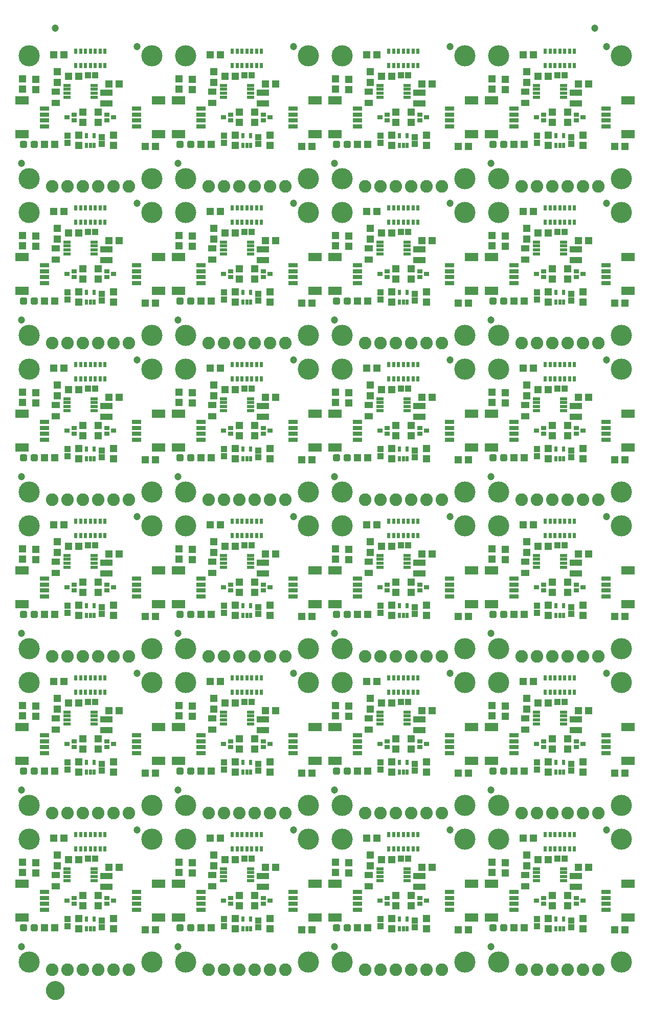
<source format=gts>
G04 EAGLE Gerber RS-274X export*
G75*
%MOMM*%
%FSLAX34Y34*%
%LPD*%
%INSoldermask Top*%
%IPPOS*%
%AMOC8*
5,1,8,0,0,1.08239X$1,22.5*%
G01*
%ADD10C,3.505200*%
%ADD11C,1.203200*%
%ADD12R,1.103200X1.053200*%
%ADD13R,1.203200X1.303200*%
%ADD14R,0.603200X0.953200*%
%ADD15R,1.303200X1.203200*%
%ADD16C,2.082800*%
%ADD17R,2.203200X1.403200*%
%ADD18R,1.553200X0.803200*%
%ADD19C,0.505344*%
%ADD20R,0.853200X0.663200*%
%ADD21R,1.303200X0.603200*%
%ADD22R,1.403200X1.003200*%
%ADD23R,2.003200X1.003200*%
%ADD24R,0.553200X0.953200*%
%ADD25R,1.053200X1.103200*%
%ADD26C,1.270000*%
%ADD27C,1.703200*%


D10*
X25400Y25400D03*
X228600Y25400D03*
X228600Y228600D03*
X25400Y228600D03*
D11*
X204470Y243840D03*
X12700Y50800D03*
D12*
X88900Y96986D03*
X88900Y85386D03*
X146050Y83100D03*
X146050Y94700D03*
D13*
X107950Y97400D03*
X107950Y80400D03*
D14*
X120500Y80650D03*
X127000Y80650D03*
X133500Y80650D03*
X133500Y97150D03*
X120500Y97150D03*
D15*
X217560Y78740D03*
X234560Y78740D03*
D13*
X165100Y80400D03*
X165100Y97400D03*
D16*
X63500Y12700D03*
X88900Y12700D03*
X114300Y12700D03*
X139700Y12700D03*
D17*
X239950Y99000D03*
X239950Y155000D03*
D18*
X203200Y112000D03*
X203200Y122000D03*
X203200Y132000D03*
X203200Y142000D03*
D16*
X165100Y12700D03*
D17*
X14050Y155000D03*
X14050Y99000D03*
D18*
X50800Y142000D03*
X50800Y132000D03*
X50800Y122000D03*
X50800Y112000D03*
D19*
X20120Y86040D02*
X20120Y79060D01*
X13140Y79060D01*
X13140Y86040D01*
X20120Y86040D01*
X20120Y83860D02*
X13140Y83860D01*
X37660Y86040D02*
X37660Y79060D01*
X30680Y79060D01*
X30680Y86040D01*
X37660Y86040D01*
X37660Y83860D02*
X30680Y83860D01*
D15*
X68190Y82550D03*
X51190Y82550D03*
D20*
X99900Y122000D03*
X99900Y132000D03*
X88400Y127000D03*
D13*
X114300Y135500D03*
X114300Y118500D03*
X14478Y173618D03*
X14478Y190618D03*
D20*
X154100Y132000D03*
X154100Y122000D03*
X165600Y127000D03*
D13*
X139700Y118500D03*
X139700Y135500D03*
X36322Y173364D03*
X36322Y190364D03*
D16*
X190500Y12700D03*
D21*
X133498Y160684D03*
X133498Y167184D03*
X133498Y173684D03*
X133498Y180184D03*
X88498Y180184D03*
X88498Y173684D03*
X88498Y167184D03*
X88498Y160684D03*
D13*
X72136Y202302D03*
X72136Y185302D03*
D15*
X107560Y195326D03*
X90560Y195326D03*
X157616Y182118D03*
X174616Y182118D03*
D22*
X69596Y169274D03*
X69596Y151274D03*
D23*
X153924Y168258D03*
X153924Y150258D03*
D24*
X151088Y236715D03*
X143088Y236715D03*
X135088Y236715D03*
X127088Y236715D03*
X119088Y236715D03*
X111088Y236715D03*
X103088Y236715D03*
X103088Y212715D03*
X111088Y212715D03*
X119088Y212715D03*
X127088Y212715D03*
X135088Y212715D03*
X143088Y212715D03*
X151088Y212715D03*
D15*
X82922Y230378D03*
X65922Y230378D03*
D25*
X134832Y197104D03*
X123232Y197104D03*
D10*
X284480Y25400D03*
X487680Y25400D03*
X487680Y228600D03*
X284480Y228600D03*
D11*
X463550Y243840D03*
X271780Y50800D03*
D12*
X347980Y96986D03*
X347980Y85386D03*
X405130Y83100D03*
X405130Y94700D03*
D13*
X367030Y97400D03*
X367030Y80400D03*
D14*
X379580Y80650D03*
X386080Y80650D03*
X392580Y80650D03*
X392580Y97150D03*
X379580Y97150D03*
D15*
X476640Y78740D03*
X493640Y78740D03*
D13*
X424180Y80400D03*
X424180Y97400D03*
D16*
X322580Y12700D03*
X347980Y12700D03*
X373380Y12700D03*
X398780Y12700D03*
D17*
X499030Y99000D03*
X499030Y155000D03*
D18*
X462280Y112000D03*
X462280Y122000D03*
X462280Y132000D03*
X462280Y142000D03*
D16*
X424180Y12700D03*
D17*
X273130Y155000D03*
X273130Y99000D03*
D18*
X309880Y142000D03*
X309880Y132000D03*
X309880Y122000D03*
X309880Y112000D03*
D19*
X279200Y86040D02*
X279200Y79060D01*
X272220Y79060D01*
X272220Y86040D01*
X279200Y86040D01*
X279200Y83860D02*
X272220Y83860D01*
X296740Y86040D02*
X296740Y79060D01*
X289760Y79060D01*
X289760Y86040D01*
X296740Y86040D01*
X296740Y83860D02*
X289760Y83860D01*
D15*
X327270Y82550D03*
X310270Y82550D03*
D20*
X358980Y122000D03*
X358980Y132000D03*
X347480Y127000D03*
D13*
X373380Y135500D03*
X373380Y118500D03*
X273558Y173618D03*
X273558Y190618D03*
D20*
X413180Y132000D03*
X413180Y122000D03*
X424680Y127000D03*
D13*
X398780Y118500D03*
X398780Y135500D03*
X295402Y173364D03*
X295402Y190364D03*
D16*
X449580Y12700D03*
D21*
X392578Y160684D03*
X392578Y167184D03*
X392578Y173684D03*
X392578Y180184D03*
X347578Y180184D03*
X347578Y173684D03*
X347578Y167184D03*
X347578Y160684D03*
D13*
X331216Y202302D03*
X331216Y185302D03*
D15*
X366640Y195326D03*
X349640Y195326D03*
X416696Y182118D03*
X433696Y182118D03*
D22*
X328676Y169274D03*
X328676Y151274D03*
D23*
X413004Y168258D03*
X413004Y150258D03*
D24*
X410168Y236715D03*
X402168Y236715D03*
X394168Y236715D03*
X386168Y236715D03*
X378168Y236715D03*
X370168Y236715D03*
X362168Y236715D03*
X362168Y212715D03*
X370168Y212715D03*
X378168Y212715D03*
X386168Y212715D03*
X394168Y212715D03*
X402168Y212715D03*
X410168Y212715D03*
D15*
X342002Y230378D03*
X325002Y230378D03*
D25*
X393912Y197104D03*
X382312Y197104D03*
D10*
X543560Y25400D03*
X746760Y25400D03*
X746760Y228600D03*
X543560Y228600D03*
D11*
X722630Y243840D03*
X530860Y50800D03*
D12*
X607060Y96986D03*
X607060Y85386D03*
X664210Y83100D03*
X664210Y94700D03*
D13*
X626110Y97400D03*
X626110Y80400D03*
D14*
X638660Y80650D03*
X645160Y80650D03*
X651660Y80650D03*
X651660Y97150D03*
X638660Y97150D03*
D15*
X735720Y78740D03*
X752720Y78740D03*
D13*
X683260Y80400D03*
X683260Y97400D03*
D16*
X581660Y12700D03*
X607060Y12700D03*
X632460Y12700D03*
X657860Y12700D03*
D17*
X758110Y99000D03*
X758110Y155000D03*
D18*
X721360Y112000D03*
X721360Y122000D03*
X721360Y132000D03*
X721360Y142000D03*
D16*
X683260Y12700D03*
D17*
X532210Y155000D03*
X532210Y99000D03*
D18*
X568960Y142000D03*
X568960Y132000D03*
X568960Y122000D03*
X568960Y112000D03*
D19*
X538280Y86040D02*
X538280Y79060D01*
X531300Y79060D01*
X531300Y86040D01*
X538280Y86040D01*
X538280Y83860D02*
X531300Y83860D01*
X555820Y86040D02*
X555820Y79060D01*
X548840Y79060D01*
X548840Y86040D01*
X555820Y86040D01*
X555820Y83860D02*
X548840Y83860D01*
D15*
X586350Y82550D03*
X569350Y82550D03*
D20*
X618060Y122000D03*
X618060Y132000D03*
X606560Y127000D03*
D13*
X632460Y135500D03*
X632460Y118500D03*
X532638Y173618D03*
X532638Y190618D03*
D20*
X672260Y132000D03*
X672260Y122000D03*
X683760Y127000D03*
D13*
X657860Y118500D03*
X657860Y135500D03*
X554482Y173364D03*
X554482Y190364D03*
D16*
X708660Y12700D03*
D21*
X651658Y160684D03*
X651658Y167184D03*
X651658Y173684D03*
X651658Y180184D03*
X606658Y180184D03*
X606658Y173684D03*
X606658Y167184D03*
X606658Y160684D03*
D13*
X590296Y202302D03*
X590296Y185302D03*
D15*
X625720Y195326D03*
X608720Y195326D03*
X675776Y182118D03*
X692776Y182118D03*
D22*
X587756Y169274D03*
X587756Y151274D03*
D23*
X672084Y168258D03*
X672084Y150258D03*
D24*
X669248Y236715D03*
X661248Y236715D03*
X653248Y236715D03*
X645248Y236715D03*
X637248Y236715D03*
X629248Y236715D03*
X621248Y236715D03*
X621248Y212715D03*
X629248Y212715D03*
X637248Y212715D03*
X645248Y212715D03*
X653248Y212715D03*
X661248Y212715D03*
X669248Y212715D03*
D15*
X601082Y230378D03*
X584082Y230378D03*
D25*
X652992Y197104D03*
X641392Y197104D03*
D10*
X802640Y25400D03*
X1005840Y25400D03*
X1005840Y228600D03*
X802640Y228600D03*
D11*
X981710Y243840D03*
X789940Y50800D03*
D12*
X866140Y96986D03*
X866140Y85386D03*
X923290Y83100D03*
X923290Y94700D03*
D13*
X885190Y97400D03*
X885190Y80400D03*
D14*
X897740Y80650D03*
X904240Y80650D03*
X910740Y80650D03*
X910740Y97150D03*
X897740Y97150D03*
D15*
X994800Y78740D03*
X1011800Y78740D03*
D13*
X942340Y80400D03*
X942340Y97400D03*
D16*
X840740Y12700D03*
X866140Y12700D03*
X891540Y12700D03*
X916940Y12700D03*
D17*
X1017190Y99000D03*
X1017190Y155000D03*
D18*
X980440Y112000D03*
X980440Y122000D03*
X980440Y132000D03*
X980440Y142000D03*
D16*
X942340Y12700D03*
D17*
X791290Y155000D03*
X791290Y99000D03*
D18*
X828040Y142000D03*
X828040Y132000D03*
X828040Y122000D03*
X828040Y112000D03*
D19*
X797360Y86040D02*
X797360Y79060D01*
X790380Y79060D01*
X790380Y86040D01*
X797360Y86040D01*
X797360Y83860D02*
X790380Y83860D01*
X814900Y86040D02*
X814900Y79060D01*
X807920Y79060D01*
X807920Y86040D01*
X814900Y86040D01*
X814900Y83860D02*
X807920Y83860D01*
D15*
X845430Y82550D03*
X828430Y82550D03*
D20*
X877140Y122000D03*
X877140Y132000D03*
X865640Y127000D03*
D13*
X891540Y135500D03*
X891540Y118500D03*
X791718Y173618D03*
X791718Y190618D03*
D20*
X931340Y132000D03*
X931340Y122000D03*
X942840Y127000D03*
D13*
X916940Y118500D03*
X916940Y135500D03*
X813562Y173364D03*
X813562Y190364D03*
D16*
X967740Y12700D03*
D21*
X910738Y160684D03*
X910738Y167184D03*
X910738Y173684D03*
X910738Y180184D03*
X865738Y180184D03*
X865738Y173684D03*
X865738Y167184D03*
X865738Y160684D03*
D13*
X849376Y202302D03*
X849376Y185302D03*
D15*
X884800Y195326D03*
X867800Y195326D03*
X934856Y182118D03*
X951856Y182118D03*
D22*
X846836Y169274D03*
X846836Y151274D03*
D23*
X931164Y168258D03*
X931164Y150258D03*
D24*
X928328Y236715D03*
X920328Y236715D03*
X912328Y236715D03*
X904328Y236715D03*
X896328Y236715D03*
X888328Y236715D03*
X880328Y236715D03*
X880328Y212715D03*
X888328Y212715D03*
X896328Y212715D03*
X904328Y212715D03*
X912328Y212715D03*
X920328Y212715D03*
X928328Y212715D03*
D15*
X860162Y230378D03*
X843162Y230378D03*
D25*
X912072Y197104D03*
X900472Y197104D03*
D10*
X25400Y284480D03*
X228600Y284480D03*
X228600Y487680D03*
X25400Y487680D03*
D11*
X204470Y502920D03*
X12700Y309880D03*
D12*
X88900Y356066D03*
X88900Y344466D03*
X146050Y342180D03*
X146050Y353780D03*
D13*
X107950Y356480D03*
X107950Y339480D03*
D14*
X120500Y339730D03*
X127000Y339730D03*
X133500Y339730D03*
X133500Y356230D03*
X120500Y356230D03*
D15*
X217560Y337820D03*
X234560Y337820D03*
D13*
X165100Y339480D03*
X165100Y356480D03*
D16*
X63500Y271780D03*
X88900Y271780D03*
X114300Y271780D03*
X139700Y271780D03*
D17*
X239950Y358080D03*
X239950Y414080D03*
D18*
X203200Y371080D03*
X203200Y381080D03*
X203200Y391080D03*
X203200Y401080D03*
D16*
X165100Y271780D03*
D17*
X14050Y414080D03*
X14050Y358080D03*
D18*
X50800Y401080D03*
X50800Y391080D03*
X50800Y381080D03*
X50800Y371080D03*
D19*
X20120Y345120D02*
X20120Y338140D01*
X13140Y338140D01*
X13140Y345120D01*
X20120Y345120D01*
X20120Y342940D02*
X13140Y342940D01*
X37660Y345120D02*
X37660Y338140D01*
X30680Y338140D01*
X30680Y345120D01*
X37660Y345120D01*
X37660Y342940D02*
X30680Y342940D01*
D15*
X68190Y341630D03*
X51190Y341630D03*
D20*
X99900Y381080D03*
X99900Y391080D03*
X88400Y386080D03*
D13*
X114300Y394580D03*
X114300Y377580D03*
X14478Y432698D03*
X14478Y449698D03*
D20*
X154100Y391080D03*
X154100Y381080D03*
X165600Y386080D03*
D13*
X139700Y377580D03*
X139700Y394580D03*
X36322Y432444D03*
X36322Y449444D03*
D16*
X190500Y271780D03*
D21*
X133498Y419764D03*
X133498Y426264D03*
X133498Y432764D03*
X133498Y439264D03*
X88498Y439264D03*
X88498Y432764D03*
X88498Y426264D03*
X88498Y419764D03*
D13*
X72136Y461382D03*
X72136Y444382D03*
D15*
X107560Y454406D03*
X90560Y454406D03*
X157616Y441198D03*
X174616Y441198D03*
D22*
X69596Y428354D03*
X69596Y410354D03*
D23*
X153924Y427338D03*
X153924Y409338D03*
D24*
X151088Y495795D03*
X143088Y495795D03*
X135088Y495795D03*
X127088Y495795D03*
X119088Y495795D03*
X111088Y495795D03*
X103088Y495795D03*
X103088Y471795D03*
X111088Y471795D03*
X119088Y471795D03*
X127088Y471795D03*
X135088Y471795D03*
X143088Y471795D03*
X151088Y471795D03*
D15*
X82922Y489458D03*
X65922Y489458D03*
D25*
X134832Y456184D03*
X123232Y456184D03*
D10*
X284480Y284480D03*
X487680Y284480D03*
X487680Y487680D03*
X284480Y487680D03*
D11*
X463550Y502920D03*
X271780Y309880D03*
D12*
X347980Y356066D03*
X347980Y344466D03*
X405130Y342180D03*
X405130Y353780D03*
D13*
X367030Y356480D03*
X367030Y339480D03*
D14*
X379580Y339730D03*
X386080Y339730D03*
X392580Y339730D03*
X392580Y356230D03*
X379580Y356230D03*
D15*
X476640Y337820D03*
X493640Y337820D03*
D13*
X424180Y339480D03*
X424180Y356480D03*
D16*
X322580Y271780D03*
X347980Y271780D03*
X373380Y271780D03*
X398780Y271780D03*
D17*
X499030Y358080D03*
X499030Y414080D03*
D18*
X462280Y371080D03*
X462280Y381080D03*
X462280Y391080D03*
X462280Y401080D03*
D16*
X424180Y271780D03*
D17*
X273130Y414080D03*
X273130Y358080D03*
D18*
X309880Y401080D03*
X309880Y391080D03*
X309880Y381080D03*
X309880Y371080D03*
D19*
X279200Y345120D02*
X279200Y338140D01*
X272220Y338140D01*
X272220Y345120D01*
X279200Y345120D01*
X279200Y342940D02*
X272220Y342940D01*
X296740Y345120D02*
X296740Y338140D01*
X289760Y338140D01*
X289760Y345120D01*
X296740Y345120D01*
X296740Y342940D02*
X289760Y342940D01*
D15*
X327270Y341630D03*
X310270Y341630D03*
D20*
X358980Y381080D03*
X358980Y391080D03*
X347480Y386080D03*
D13*
X373380Y394580D03*
X373380Y377580D03*
X273558Y432698D03*
X273558Y449698D03*
D20*
X413180Y391080D03*
X413180Y381080D03*
X424680Y386080D03*
D13*
X398780Y377580D03*
X398780Y394580D03*
X295402Y432444D03*
X295402Y449444D03*
D16*
X449580Y271780D03*
D21*
X392578Y419764D03*
X392578Y426264D03*
X392578Y432764D03*
X392578Y439264D03*
X347578Y439264D03*
X347578Y432764D03*
X347578Y426264D03*
X347578Y419764D03*
D13*
X331216Y461382D03*
X331216Y444382D03*
D15*
X366640Y454406D03*
X349640Y454406D03*
X416696Y441198D03*
X433696Y441198D03*
D22*
X328676Y428354D03*
X328676Y410354D03*
D23*
X413004Y427338D03*
X413004Y409338D03*
D24*
X410168Y495795D03*
X402168Y495795D03*
X394168Y495795D03*
X386168Y495795D03*
X378168Y495795D03*
X370168Y495795D03*
X362168Y495795D03*
X362168Y471795D03*
X370168Y471795D03*
X378168Y471795D03*
X386168Y471795D03*
X394168Y471795D03*
X402168Y471795D03*
X410168Y471795D03*
D15*
X342002Y489458D03*
X325002Y489458D03*
D25*
X393912Y456184D03*
X382312Y456184D03*
D10*
X543560Y284480D03*
X746760Y284480D03*
X746760Y487680D03*
X543560Y487680D03*
D11*
X722630Y502920D03*
X530860Y309880D03*
D12*
X607060Y356066D03*
X607060Y344466D03*
X664210Y342180D03*
X664210Y353780D03*
D13*
X626110Y356480D03*
X626110Y339480D03*
D14*
X638660Y339730D03*
X645160Y339730D03*
X651660Y339730D03*
X651660Y356230D03*
X638660Y356230D03*
D15*
X735720Y337820D03*
X752720Y337820D03*
D13*
X683260Y339480D03*
X683260Y356480D03*
D16*
X581660Y271780D03*
X607060Y271780D03*
X632460Y271780D03*
X657860Y271780D03*
D17*
X758110Y358080D03*
X758110Y414080D03*
D18*
X721360Y371080D03*
X721360Y381080D03*
X721360Y391080D03*
X721360Y401080D03*
D16*
X683260Y271780D03*
D17*
X532210Y414080D03*
X532210Y358080D03*
D18*
X568960Y401080D03*
X568960Y391080D03*
X568960Y381080D03*
X568960Y371080D03*
D19*
X538280Y345120D02*
X538280Y338140D01*
X531300Y338140D01*
X531300Y345120D01*
X538280Y345120D01*
X538280Y342940D02*
X531300Y342940D01*
X555820Y345120D02*
X555820Y338140D01*
X548840Y338140D01*
X548840Y345120D01*
X555820Y345120D01*
X555820Y342940D02*
X548840Y342940D01*
D15*
X586350Y341630D03*
X569350Y341630D03*
D20*
X618060Y381080D03*
X618060Y391080D03*
X606560Y386080D03*
D13*
X632460Y394580D03*
X632460Y377580D03*
X532638Y432698D03*
X532638Y449698D03*
D20*
X672260Y391080D03*
X672260Y381080D03*
X683760Y386080D03*
D13*
X657860Y377580D03*
X657860Y394580D03*
X554482Y432444D03*
X554482Y449444D03*
D16*
X708660Y271780D03*
D21*
X651658Y419764D03*
X651658Y426264D03*
X651658Y432764D03*
X651658Y439264D03*
X606658Y439264D03*
X606658Y432764D03*
X606658Y426264D03*
X606658Y419764D03*
D13*
X590296Y461382D03*
X590296Y444382D03*
D15*
X625720Y454406D03*
X608720Y454406D03*
X675776Y441198D03*
X692776Y441198D03*
D22*
X587756Y428354D03*
X587756Y410354D03*
D23*
X672084Y427338D03*
X672084Y409338D03*
D24*
X669248Y495795D03*
X661248Y495795D03*
X653248Y495795D03*
X645248Y495795D03*
X637248Y495795D03*
X629248Y495795D03*
X621248Y495795D03*
X621248Y471795D03*
X629248Y471795D03*
X637248Y471795D03*
X645248Y471795D03*
X653248Y471795D03*
X661248Y471795D03*
X669248Y471795D03*
D15*
X601082Y489458D03*
X584082Y489458D03*
D25*
X652992Y456184D03*
X641392Y456184D03*
D10*
X802640Y284480D03*
X1005840Y284480D03*
X1005840Y487680D03*
X802640Y487680D03*
D11*
X981710Y502920D03*
X789940Y309880D03*
D12*
X866140Y356066D03*
X866140Y344466D03*
X923290Y342180D03*
X923290Y353780D03*
D13*
X885190Y356480D03*
X885190Y339480D03*
D14*
X897740Y339730D03*
X904240Y339730D03*
X910740Y339730D03*
X910740Y356230D03*
X897740Y356230D03*
D15*
X994800Y337820D03*
X1011800Y337820D03*
D13*
X942340Y339480D03*
X942340Y356480D03*
D16*
X840740Y271780D03*
X866140Y271780D03*
X891540Y271780D03*
X916940Y271780D03*
D17*
X1017190Y358080D03*
X1017190Y414080D03*
D18*
X980440Y371080D03*
X980440Y381080D03*
X980440Y391080D03*
X980440Y401080D03*
D16*
X942340Y271780D03*
D17*
X791290Y414080D03*
X791290Y358080D03*
D18*
X828040Y401080D03*
X828040Y391080D03*
X828040Y381080D03*
X828040Y371080D03*
D19*
X797360Y345120D02*
X797360Y338140D01*
X790380Y338140D01*
X790380Y345120D01*
X797360Y345120D01*
X797360Y342940D02*
X790380Y342940D01*
X814900Y345120D02*
X814900Y338140D01*
X807920Y338140D01*
X807920Y345120D01*
X814900Y345120D01*
X814900Y342940D02*
X807920Y342940D01*
D15*
X845430Y341630D03*
X828430Y341630D03*
D20*
X877140Y381080D03*
X877140Y391080D03*
X865640Y386080D03*
D13*
X891540Y394580D03*
X891540Y377580D03*
X791718Y432698D03*
X791718Y449698D03*
D20*
X931340Y391080D03*
X931340Y381080D03*
X942840Y386080D03*
D13*
X916940Y377580D03*
X916940Y394580D03*
X813562Y432444D03*
X813562Y449444D03*
D16*
X967740Y271780D03*
D21*
X910738Y419764D03*
X910738Y426264D03*
X910738Y432764D03*
X910738Y439264D03*
X865738Y439264D03*
X865738Y432764D03*
X865738Y426264D03*
X865738Y419764D03*
D13*
X849376Y461382D03*
X849376Y444382D03*
D15*
X884800Y454406D03*
X867800Y454406D03*
X934856Y441198D03*
X951856Y441198D03*
D22*
X846836Y428354D03*
X846836Y410354D03*
D23*
X931164Y427338D03*
X931164Y409338D03*
D24*
X928328Y495795D03*
X920328Y495795D03*
X912328Y495795D03*
X904328Y495795D03*
X896328Y495795D03*
X888328Y495795D03*
X880328Y495795D03*
X880328Y471795D03*
X888328Y471795D03*
X896328Y471795D03*
X904328Y471795D03*
X912328Y471795D03*
X920328Y471795D03*
X928328Y471795D03*
D15*
X860162Y489458D03*
X843162Y489458D03*
D25*
X912072Y456184D03*
X900472Y456184D03*
D10*
X25400Y543560D03*
X228600Y543560D03*
X228600Y746760D03*
X25400Y746760D03*
D11*
X204470Y762000D03*
X12700Y568960D03*
D12*
X88900Y615146D03*
X88900Y603546D03*
X146050Y601260D03*
X146050Y612860D03*
D13*
X107950Y615560D03*
X107950Y598560D03*
D14*
X120500Y598810D03*
X127000Y598810D03*
X133500Y598810D03*
X133500Y615310D03*
X120500Y615310D03*
D15*
X217560Y596900D03*
X234560Y596900D03*
D13*
X165100Y598560D03*
X165100Y615560D03*
D16*
X63500Y530860D03*
X88900Y530860D03*
X114300Y530860D03*
X139700Y530860D03*
D17*
X239950Y617160D03*
X239950Y673160D03*
D18*
X203200Y630160D03*
X203200Y640160D03*
X203200Y650160D03*
X203200Y660160D03*
D16*
X165100Y530860D03*
D17*
X14050Y673160D03*
X14050Y617160D03*
D18*
X50800Y660160D03*
X50800Y650160D03*
X50800Y640160D03*
X50800Y630160D03*
D19*
X20120Y604200D02*
X20120Y597220D01*
X13140Y597220D01*
X13140Y604200D01*
X20120Y604200D01*
X20120Y602020D02*
X13140Y602020D01*
X37660Y604200D02*
X37660Y597220D01*
X30680Y597220D01*
X30680Y604200D01*
X37660Y604200D01*
X37660Y602020D02*
X30680Y602020D01*
D15*
X68190Y600710D03*
X51190Y600710D03*
D20*
X99900Y640160D03*
X99900Y650160D03*
X88400Y645160D03*
D13*
X114300Y653660D03*
X114300Y636660D03*
X14478Y691778D03*
X14478Y708778D03*
D20*
X154100Y650160D03*
X154100Y640160D03*
X165600Y645160D03*
D13*
X139700Y636660D03*
X139700Y653660D03*
X36322Y691524D03*
X36322Y708524D03*
D16*
X190500Y530860D03*
D21*
X133498Y678844D03*
X133498Y685344D03*
X133498Y691844D03*
X133498Y698344D03*
X88498Y698344D03*
X88498Y691844D03*
X88498Y685344D03*
X88498Y678844D03*
D13*
X72136Y720462D03*
X72136Y703462D03*
D15*
X107560Y713486D03*
X90560Y713486D03*
X157616Y700278D03*
X174616Y700278D03*
D22*
X69596Y687434D03*
X69596Y669434D03*
D23*
X153924Y686418D03*
X153924Y668418D03*
D24*
X151088Y754875D03*
X143088Y754875D03*
X135088Y754875D03*
X127088Y754875D03*
X119088Y754875D03*
X111088Y754875D03*
X103088Y754875D03*
X103088Y730875D03*
X111088Y730875D03*
X119088Y730875D03*
X127088Y730875D03*
X135088Y730875D03*
X143088Y730875D03*
X151088Y730875D03*
D15*
X82922Y748538D03*
X65922Y748538D03*
D25*
X134832Y715264D03*
X123232Y715264D03*
D10*
X284480Y543560D03*
X487680Y543560D03*
X487680Y746760D03*
X284480Y746760D03*
D11*
X463550Y762000D03*
X271780Y568960D03*
D12*
X347980Y615146D03*
X347980Y603546D03*
X405130Y601260D03*
X405130Y612860D03*
D13*
X367030Y615560D03*
X367030Y598560D03*
D14*
X379580Y598810D03*
X386080Y598810D03*
X392580Y598810D03*
X392580Y615310D03*
X379580Y615310D03*
D15*
X476640Y596900D03*
X493640Y596900D03*
D13*
X424180Y598560D03*
X424180Y615560D03*
D16*
X322580Y530860D03*
X347980Y530860D03*
X373380Y530860D03*
X398780Y530860D03*
D17*
X499030Y617160D03*
X499030Y673160D03*
D18*
X462280Y630160D03*
X462280Y640160D03*
X462280Y650160D03*
X462280Y660160D03*
D16*
X424180Y530860D03*
D17*
X273130Y673160D03*
X273130Y617160D03*
D18*
X309880Y660160D03*
X309880Y650160D03*
X309880Y640160D03*
X309880Y630160D03*
D19*
X279200Y604200D02*
X279200Y597220D01*
X272220Y597220D01*
X272220Y604200D01*
X279200Y604200D01*
X279200Y602020D02*
X272220Y602020D01*
X296740Y604200D02*
X296740Y597220D01*
X289760Y597220D01*
X289760Y604200D01*
X296740Y604200D01*
X296740Y602020D02*
X289760Y602020D01*
D15*
X327270Y600710D03*
X310270Y600710D03*
D20*
X358980Y640160D03*
X358980Y650160D03*
X347480Y645160D03*
D13*
X373380Y653660D03*
X373380Y636660D03*
X273558Y691778D03*
X273558Y708778D03*
D20*
X413180Y650160D03*
X413180Y640160D03*
X424680Y645160D03*
D13*
X398780Y636660D03*
X398780Y653660D03*
X295402Y691524D03*
X295402Y708524D03*
D16*
X449580Y530860D03*
D21*
X392578Y678844D03*
X392578Y685344D03*
X392578Y691844D03*
X392578Y698344D03*
X347578Y698344D03*
X347578Y691844D03*
X347578Y685344D03*
X347578Y678844D03*
D13*
X331216Y720462D03*
X331216Y703462D03*
D15*
X366640Y713486D03*
X349640Y713486D03*
X416696Y700278D03*
X433696Y700278D03*
D22*
X328676Y687434D03*
X328676Y669434D03*
D23*
X413004Y686418D03*
X413004Y668418D03*
D24*
X410168Y754875D03*
X402168Y754875D03*
X394168Y754875D03*
X386168Y754875D03*
X378168Y754875D03*
X370168Y754875D03*
X362168Y754875D03*
X362168Y730875D03*
X370168Y730875D03*
X378168Y730875D03*
X386168Y730875D03*
X394168Y730875D03*
X402168Y730875D03*
X410168Y730875D03*
D15*
X342002Y748538D03*
X325002Y748538D03*
D25*
X393912Y715264D03*
X382312Y715264D03*
D10*
X543560Y543560D03*
X746760Y543560D03*
X746760Y746760D03*
X543560Y746760D03*
D11*
X722630Y762000D03*
X530860Y568960D03*
D12*
X607060Y615146D03*
X607060Y603546D03*
X664210Y601260D03*
X664210Y612860D03*
D13*
X626110Y615560D03*
X626110Y598560D03*
D14*
X638660Y598810D03*
X645160Y598810D03*
X651660Y598810D03*
X651660Y615310D03*
X638660Y615310D03*
D15*
X735720Y596900D03*
X752720Y596900D03*
D13*
X683260Y598560D03*
X683260Y615560D03*
D16*
X581660Y530860D03*
X607060Y530860D03*
X632460Y530860D03*
X657860Y530860D03*
D17*
X758110Y617160D03*
X758110Y673160D03*
D18*
X721360Y630160D03*
X721360Y640160D03*
X721360Y650160D03*
X721360Y660160D03*
D16*
X683260Y530860D03*
D17*
X532210Y673160D03*
X532210Y617160D03*
D18*
X568960Y660160D03*
X568960Y650160D03*
X568960Y640160D03*
X568960Y630160D03*
D19*
X538280Y604200D02*
X538280Y597220D01*
X531300Y597220D01*
X531300Y604200D01*
X538280Y604200D01*
X538280Y602020D02*
X531300Y602020D01*
X555820Y604200D02*
X555820Y597220D01*
X548840Y597220D01*
X548840Y604200D01*
X555820Y604200D01*
X555820Y602020D02*
X548840Y602020D01*
D15*
X586350Y600710D03*
X569350Y600710D03*
D20*
X618060Y640160D03*
X618060Y650160D03*
X606560Y645160D03*
D13*
X632460Y653660D03*
X632460Y636660D03*
X532638Y691778D03*
X532638Y708778D03*
D20*
X672260Y650160D03*
X672260Y640160D03*
X683760Y645160D03*
D13*
X657860Y636660D03*
X657860Y653660D03*
X554482Y691524D03*
X554482Y708524D03*
D16*
X708660Y530860D03*
D21*
X651658Y678844D03*
X651658Y685344D03*
X651658Y691844D03*
X651658Y698344D03*
X606658Y698344D03*
X606658Y691844D03*
X606658Y685344D03*
X606658Y678844D03*
D13*
X590296Y720462D03*
X590296Y703462D03*
D15*
X625720Y713486D03*
X608720Y713486D03*
X675776Y700278D03*
X692776Y700278D03*
D22*
X587756Y687434D03*
X587756Y669434D03*
D23*
X672084Y686418D03*
X672084Y668418D03*
D24*
X669248Y754875D03*
X661248Y754875D03*
X653248Y754875D03*
X645248Y754875D03*
X637248Y754875D03*
X629248Y754875D03*
X621248Y754875D03*
X621248Y730875D03*
X629248Y730875D03*
X637248Y730875D03*
X645248Y730875D03*
X653248Y730875D03*
X661248Y730875D03*
X669248Y730875D03*
D15*
X601082Y748538D03*
X584082Y748538D03*
D25*
X652992Y715264D03*
X641392Y715264D03*
D10*
X802640Y543560D03*
X1005840Y543560D03*
X1005840Y746760D03*
X802640Y746760D03*
D11*
X981710Y762000D03*
X789940Y568960D03*
D12*
X866140Y615146D03*
X866140Y603546D03*
X923290Y601260D03*
X923290Y612860D03*
D13*
X885190Y615560D03*
X885190Y598560D03*
D14*
X897740Y598810D03*
X904240Y598810D03*
X910740Y598810D03*
X910740Y615310D03*
X897740Y615310D03*
D15*
X994800Y596900D03*
X1011800Y596900D03*
D13*
X942340Y598560D03*
X942340Y615560D03*
D16*
X840740Y530860D03*
X866140Y530860D03*
X891540Y530860D03*
X916940Y530860D03*
D17*
X1017190Y617160D03*
X1017190Y673160D03*
D18*
X980440Y630160D03*
X980440Y640160D03*
X980440Y650160D03*
X980440Y660160D03*
D16*
X942340Y530860D03*
D17*
X791290Y673160D03*
X791290Y617160D03*
D18*
X828040Y660160D03*
X828040Y650160D03*
X828040Y640160D03*
X828040Y630160D03*
D19*
X797360Y604200D02*
X797360Y597220D01*
X790380Y597220D01*
X790380Y604200D01*
X797360Y604200D01*
X797360Y602020D02*
X790380Y602020D01*
X814900Y604200D02*
X814900Y597220D01*
X807920Y597220D01*
X807920Y604200D01*
X814900Y604200D01*
X814900Y602020D02*
X807920Y602020D01*
D15*
X845430Y600710D03*
X828430Y600710D03*
D20*
X877140Y640160D03*
X877140Y650160D03*
X865640Y645160D03*
D13*
X891540Y653660D03*
X891540Y636660D03*
X791718Y691778D03*
X791718Y708778D03*
D20*
X931340Y650160D03*
X931340Y640160D03*
X942840Y645160D03*
D13*
X916940Y636660D03*
X916940Y653660D03*
X813562Y691524D03*
X813562Y708524D03*
D16*
X967740Y530860D03*
D21*
X910738Y678844D03*
X910738Y685344D03*
X910738Y691844D03*
X910738Y698344D03*
X865738Y698344D03*
X865738Y691844D03*
X865738Y685344D03*
X865738Y678844D03*
D13*
X849376Y720462D03*
X849376Y703462D03*
D15*
X884800Y713486D03*
X867800Y713486D03*
X934856Y700278D03*
X951856Y700278D03*
D22*
X846836Y687434D03*
X846836Y669434D03*
D23*
X931164Y686418D03*
X931164Y668418D03*
D24*
X928328Y754875D03*
X920328Y754875D03*
X912328Y754875D03*
X904328Y754875D03*
X896328Y754875D03*
X888328Y754875D03*
X880328Y754875D03*
X880328Y730875D03*
X888328Y730875D03*
X896328Y730875D03*
X904328Y730875D03*
X912328Y730875D03*
X920328Y730875D03*
X928328Y730875D03*
D15*
X860162Y748538D03*
X843162Y748538D03*
D25*
X912072Y715264D03*
X900472Y715264D03*
D10*
X25400Y802640D03*
X228600Y802640D03*
X228600Y1005840D03*
X25400Y1005840D03*
D11*
X204470Y1021080D03*
X12700Y828040D03*
D12*
X88900Y874226D03*
X88900Y862626D03*
X146050Y860340D03*
X146050Y871940D03*
D13*
X107950Y874640D03*
X107950Y857640D03*
D14*
X120500Y857890D03*
X127000Y857890D03*
X133500Y857890D03*
X133500Y874390D03*
X120500Y874390D03*
D15*
X217560Y855980D03*
X234560Y855980D03*
D13*
X165100Y857640D03*
X165100Y874640D03*
D16*
X63500Y789940D03*
X88900Y789940D03*
X114300Y789940D03*
X139700Y789940D03*
D17*
X239950Y876240D03*
X239950Y932240D03*
D18*
X203200Y889240D03*
X203200Y899240D03*
X203200Y909240D03*
X203200Y919240D03*
D16*
X165100Y789940D03*
D17*
X14050Y932240D03*
X14050Y876240D03*
D18*
X50800Y919240D03*
X50800Y909240D03*
X50800Y899240D03*
X50800Y889240D03*
D19*
X20120Y863280D02*
X20120Y856300D01*
X13140Y856300D01*
X13140Y863280D01*
X20120Y863280D01*
X20120Y861100D02*
X13140Y861100D01*
X37660Y863280D02*
X37660Y856300D01*
X30680Y856300D01*
X30680Y863280D01*
X37660Y863280D01*
X37660Y861100D02*
X30680Y861100D01*
D15*
X68190Y859790D03*
X51190Y859790D03*
D20*
X99900Y899240D03*
X99900Y909240D03*
X88400Y904240D03*
D13*
X114300Y912740D03*
X114300Y895740D03*
X14478Y950858D03*
X14478Y967858D03*
D20*
X154100Y909240D03*
X154100Y899240D03*
X165600Y904240D03*
D13*
X139700Y895740D03*
X139700Y912740D03*
X36322Y950604D03*
X36322Y967604D03*
D16*
X190500Y789940D03*
D21*
X133498Y937924D03*
X133498Y944424D03*
X133498Y950924D03*
X133498Y957424D03*
X88498Y957424D03*
X88498Y950924D03*
X88498Y944424D03*
X88498Y937924D03*
D13*
X72136Y979542D03*
X72136Y962542D03*
D15*
X107560Y972566D03*
X90560Y972566D03*
X157616Y959358D03*
X174616Y959358D03*
D22*
X69596Y946514D03*
X69596Y928514D03*
D23*
X153924Y945498D03*
X153924Y927498D03*
D24*
X151088Y1013955D03*
X143088Y1013955D03*
X135088Y1013955D03*
X127088Y1013955D03*
X119088Y1013955D03*
X111088Y1013955D03*
X103088Y1013955D03*
X103088Y989955D03*
X111088Y989955D03*
X119088Y989955D03*
X127088Y989955D03*
X135088Y989955D03*
X143088Y989955D03*
X151088Y989955D03*
D15*
X82922Y1007618D03*
X65922Y1007618D03*
D25*
X134832Y974344D03*
X123232Y974344D03*
D10*
X284480Y802640D03*
X487680Y802640D03*
X487680Y1005840D03*
X284480Y1005840D03*
D11*
X463550Y1021080D03*
X271780Y828040D03*
D12*
X347980Y874226D03*
X347980Y862626D03*
X405130Y860340D03*
X405130Y871940D03*
D13*
X367030Y874640D03*
X367030Y857640D03*
D14*
X379580Y857890D03*
X386080Y857890D03*
X392580Y857890D03*
X392580Y874390D03*
X379580Y874390D03*
D15*
X476640Y855980D03*
X493640Y855980D03*
D13*
X424180Y857640D03*
X424180Y874640D03*
D16*
X322580Y789940D03*
X347980Y789940D03*
X373380Y789940D03*
X398780Y789940D03*
D17*
X499030Y876240D03*
X499030Y932240D03*
D18*
X462280Y889240D03*
X462280Y899240D03*
X462280Y909240D03*
X462280Y919240D03*
D16*
X424180Y789940D03*
D17*
X273130Y932240D03*
X273130Y876240D03*
D18*
X309880Y919240D03*
X309880Y909240D03*
X309880Y899240D03*
X309880Y889240D03*
D19*
X279200Y863280D02*
X279200Y856300D01*
X272220Y856300D01*
X272220Y863280D01*
X279200Y863280D01*
X279200Y861100D02*
X272220Y861100D01*
X296740Y863280D02*
X296740Y856300D01*
X289760Y856300D01*
X289760Y863280D01*
X296740Y863280D01*
X296740Y861100D02*
X289760Y861100D01*
D15*
X327270Y859790D03*
X310270Y859790D03*
D20*
X358980Y899240D03*
X358980Y909240D03*
X347480Y904240D03*
D13*
X373380Y912740D03*
X373380Y895740D03*
X273558Y950858D03*
X273558Y967858D03*
D20*
X413180Y909240D03*
X413180Y899240D03*
X424680Y904240D03*
D13*
X398780Y895740D03*
X398780Y912740D03*
X295402Y950604D03*
X295402Y967604D03*
D16*
X449580Y789940D03*
D21*
X392578Y937924D03*
X392578Y944424D03*
X392578Y950924D03*
X392578Y957424D03*
X347578Y957424D03*
X347578Y950924D03*
X347578Y944424D03*
X347578Y937924D03*
D13*
X331216Y979542D03*
X331216Y962542D03*
D15*
X366640Y972566D03*
X349640Y972566D03*
X416696Y959358D03*
X433696Y959358D03*
D22*
X328676Y946514D03*
X328676Y928514D03*
D23*
X413004Y945498D03*
X413004Y927498D03*
D24*
X410168Y1013955D03*
X402168Y1013955D03*
X394168Y1013955D03*
X386168Y1013955D03*
X378168Y1013955D03*
X370168Y1013955D03*
X362168Y1013955D03*
X362168Y989955D03*
X370168Y989955D03*
X378168Y989955D03*
X386168Y989955D03*
X394168Y989955D03*
X402168Y989955D03*
X410168Y989955D03*
D15*
X342002Y1007618D03*
X325002Y1007618D03*
D25*
X393912Y974344D03*
X382312Y974344D03*
D10*
X543560Y802640D03*
X746760Y802640D03*
X746760Y1005840D03*
X543560Y1005840D03*
D11*
X722630Y1021080D03*
X530860Y828040D03*
D12*
X607060Y874226D03*
X607060Y862626D03*
X664210Y860340D03*
X664210Y871940D03*
D13*
X626110Y874640D03*
X626110Y857640D03*
D14*
X638660Y857890D03*
X645160Y857890D03*
X651660Y857890D03*
X651660Y874390D03*
X638660Y874390D03*
D15*
X735720Y855980D03*
X752720Y855980D03*
D13*
X683260Y857640D03*
X683260Y874640D03*
D16*
X581660Y789940D03*
X607060Y789940D03*
X632460Y789940D03*
X657860Y789940D03*
D17*
X758110Y876240D03*
X758110Y932240D03*
D18*
X721360Y889240D03*
X721360Y899240D03*
X721360Y909240D03*
X721360Y919240D03*
D16*
X683260Y789940D03*
D17*
X532210Y932240D03*
X532210Y876240D03*
D18*
X568960Y919240D03*
X568960Y909240D03*
X568960Y899240D03*
X568960Y889240D03*
D19*
X538280Y863280D02*
X538280Y856300D01*
X531300Y856300D01*
X531300Y863280D01*
X538280Y863280D01*
X538280Y861100D02*
X531300Y861100D01*
X555820Y863280D02*
X555820Y856300D01*
X548840Y856300D01*
X548840Y863280D01*
X555820Y863280D01*
X555820Y861100D02*
X548840Y861100D01*
D15*
X586350Y859790D03*
X569350Y859790D03*
D20*
X618060Y899240D03*
X618060Y909240D03*
X606560Y904240D03*
D13*
X632460Y912740D03*
X632460Y895740D03*
X532638Y950858D03*
X532638Y967858D03*
D20*
X672260Y909240D03*
X672260Y899240D03*
X683760Y904240D03*
D13*
X657860Y895740D03*
X657860Y912740D03*
X554482Y950604D03*
X554482Y967604D03*
D16*
X708660Y789940D03*
D21*
X651658Y937924D03*
X651658Y944424D03*
X651658Y950924D03*
X651658Y957424D03*
X606658Y957424D03*
X606658Y950924D03*
X606658Y944424D03*
X606658Y937924D03*
D13*
X590296Y979542D03*
X590296Y962542D03*
D15*
X625720Y972566D03*
X608720Y972566D03*
X675776Y959358D03*
X692776Y959358D03*
D22*
X587756Y946514D03*
X587756Y928514D03*
D23*
X672084Y945498D03*
X672084Y927498D03*
D24*
X669248Y1013955D03*
X661248Y1013955D03*
X653248Y1013955D03*
X645248Y1013955D03*
X637248Y1013955D03*
X629248Y1013955D03*
X621248Y1013955D03*
X621248Y989955D03*
X629248Y989955D03*
X637248Y989955D03*
X645248Y989955D03*
X653248Y989955D03*
X661248Y989955D03*
X669248Y989955D03*
D15*
X601082Y1007618D03*
X584082Y1007618D03*
D25*
X652992Y974344D03*
X641392Y974344D03*
D10*
X802640Y802640D03*
X1005840Y802640D03*
X1005840Y1005840D03*
X802640Y1005840D03*
D11*
X981710Y1021080D03*
X789940Y828040D03*
D12*
X866140Y874226D03*
X866140Y862626D03*
X923290Y860340D03*
X923290Y871940D03*
D13*
X885190Y874640D03*
X885190Y857640D03*
D14*
X897740Y857890D03*
X904240Y857890D03*
X910740Y857890D03*
X910740Y874390D03*
X897740Y874390D03*
D15*
X994800Y855980D03*
X1011800Y855980D03*
D13*
X942340Y857640D03*
X942340Y874640D03*
D16*
X840740Y789940D03*
X866140Y789940D03*
X891540Y789940D03*
X916940Y789940D03*
D17*
X1017190Y876240D03*
X1017190Y932240D03*
D18*
X980440Y889240D03*
X980440Y899240D03*
X980440Y909240D03*
X980440Y919240D03*
D16*
X942340Y789940D03*
D17*
X791290Y932240D03*
X791290Y876240D03*
D18*
X828040Y919240D03*
X828040Y909240D03*
X828040Y899240D03*
X828040Y889240D03*
D19*
X797360Y863280D02*
X797360Y856300D01*
X790380Y856300D01*
X790380Y863280D01*
X797360Y863280D01*
X797360Y861100D02*
X790380Y861100D01*
X814900Y863280D02*
X814900Y856300D01*
X807920Y856300D01*
X807920Y863280D01*
X814900Y863280D01*
X814900Y861100D02*
X807920Y861100D01*
D15*
X845430Y859790D03*
X828430Y859790D03*
D20*
X877140Y899240D03*
X877140Y909240D03*
X865640Y904240D03*
D13*
X891540Y912740D03*
X891540Y895740D03*
X791718Y950858D03*
X791718Y967858D03*
D20*
X931340Y909240D03*
X931340Y899240D03*
X942840Y904240D03*
D13*
X916940Y895740D03*
X916940Y912740D03*
X813562Y950604D03*
X813562Y967604D03*
D16*
X967740Y789940D03*
D21*
X910738Y937924D03*
X910738Y944424D03*
X910738Y950924D03*
X910738Y957424D03*
X865738Y957424D03*
X865738Y950924D03*
X865738Y944424D03*
X865738Y937924D03*
D13*
X849376Y979542D03*
X849376Y962542D03*
D15*
X884800Y972566D03*
X867800Y972566D03*
X934856Y959358D03*
X951856Y959358D03*
D22*
X846836Y946514D03*
X846836Y928514D03*
D23*
X931164Y945498D03*
X931164Y927498D03*
D24*
X928328Y1013955D03*
X920328Y1013955D03*
X912328Y1013955D03*
X904328Y1013955D03*
X896328Y1013955D03*
X888328Y1013955D03*
X880328Y1013955D03*
X880328Y989955D03*
X888328Y989955D03*
X896328Y989955D03*
X904328Y989955D03*
X912328Y989955D03*
X920328Y989955D03*
X928328Y989955D03*
D15*
X860162Y1007618D03*
X843162Y1007618D03*
D25*
X912072Y974344D03*
X900472Y974344D03*
D10*
X25400Y1061720D03*
X228600Y1061720D03*
X228600Y1264920D03*
X25400Y1264920D03*
D11*
X204470Y1280160D03*
X12700Y1087120D03*
D12*
X88900Y1133306D03*
X88900Y1121706D03*
X146050Y1119420D03*
X146050Y1131020D03*
D13*
X107950Y1133720D03*
X107950Y1116720D03*
D14*
X120500Y1116970D03*
X127000Y1116970D03*
X133500Y1116970D03*
X133500Y1133470D03*
X120500Y1133470D03*
D15*
X217560Y1115060D03*
X234560Y1115060D03*
D13*
X165100Y1116720D03*
X165100Y1133720D03*
D16*
X63500Y1049020D03*
X88900Y1049020D03*
X114300Y1049020D03*
X139700Y1049020D03*
D17*
X239950Y1135320D03*
X239950Y1191320D03*
D18*
X203200Y1148320D03*
X203200Y1158320D03*
X203200Y1168320D03*
X203200Y1178320D03*
D16*
X165100Y1049020D03*
D17*
X14050Y1191320D03*
X14050Y1135320D03*
D18*
X50800Y1178320D03*
X50800Y1168320D03*
X50800Y1158320D03*
X50800Y1148320D03*
D19*
X20120Y1122360D02*
X20120Y1115380D01*
X13140Y1115380D01*
X13140Y1122360D01*
X20120Y1122360D01*
X20120Y1120180D02*
X13140Y1120180D01*
X37660Y1122360D02*
X37660Y1115380D01*
X30680Y1115380D01*
X30680Y1122360D01*
X37660Y1122360D01*
X37660Y1120180D02*
X30680Y1120180D01*
D15*
X68190Y1118870D03*
X51190Y1118870D03*
D20*
X99900Y1158320D03*
X99900Y1168320D03*
X88400Y1163320D03*
D13*
X114300Y1171820D03*
X114300Y1154820D03*
X14478Y1209938D03*
X14478Y1226938D03*
D20*
X154100Y1168320D03*
X154100Y1158320D03*
X165600Y1163320D03*
D13*
X139700Y1154820D03*
X139700Y1171820D03*
X36322Y1209684D03*
X36322Y1226684D03*
D16*
X190500Y1049020D03*
D21*
X133498Y1197004D03*
X133498Y1203504D03*
X133498Y1210004D03*
X133498Y1216504D03*
X88498Y1216504D03*
X88498Y1210004D03*
X88498Y1203504D03*
X88498Y1197004D03*
D13*
X72136Y1238622D03*
X72136Y1221622D03*
D15*
X107560Y1231646D03*
X90560Y1231646D03*
X157616Y1218438D03*
X174616Y1218438D03*
D22*
X69596Y1205594D03*
X69596Y1187594D03*
D23*
X153924Y1204578D03*
X153924Y1186578D03*
D24*
X151088Y1273035D03*
X143088Y1273035D03*
X135088Y1273035D03*
X127088Y1273035D03*
X119088Y1273035D03*
X111088Y1273035D03*
X103088Y1273035D03*
X103088Y1249035D03*
X111088Y1249035D03*
X119088Y1249035D03*
X127088Y1249035D03*
X135088Y1249035D03*
X143088Y1249035D03*
X151088Y1249035D03*
D15*
X82922Y1266698D03*
X65922Y1266698D03*
D25*
X134832Y1233424D03*
X123232Y1233424D03*
D10*
X284480Y1061720D03*
X487680Y1061720D03*
X487680Y1264920D03*
X284480Y1264920D03*
D11*
X463550Y1280160D03*
X271780Y1087120D03*
D12*
X347980Y1133306D03*
X347980Y1121706D03*
X405130Y1119420D03*
X405130Y1131020D03*
D13*
X367030Y1133720D03*
X367030Y1116720D03*
D14*
X379580Y1116970D03*
X386080Y1116970D03*
X392580Y1116970D03*
X392580Y1133470D03*
X379580Y1133470D03*
D15*
X476640Y1115060D03*
X493640Y1115060D03*
D13*
X424180Y1116720D03*
X424180Y1133720D03*
D16*
X322580Y1049020D03*
X347980Y1049020D03*
X373380Y1049020D03*
X398780Y1049020D03*
D17*
X499030Y1135320D03*
X499030Y1191320D03*
D18*
X462280Y1148320D03*
X462280Y1158320D03*
X462280Y1168320D03*
X462280Y1178320D03*
D16*
X424180Y1049020D03*
D17*
X273130Y1191320D03*
X273130Y1135320D03*
D18*
X309880Y1178320D03*
X309880Y1168320D03*
X309880Y1158320D03*
X309880Y1148320D03*
D19*
X279200Y1122360D02*
X279200Y1115380D01*
X272220Y1115380D01*
X272220Y1122360D01*
X279200Y1122360D01*
X279200Y1120180D02*
X272220Y1120180D01*
X296740Y1122360D02*
X296740Y1115380D01*
X289760Y1115380D01*
X289760Y1122360D01*
X296740Y1122360D01*
X296740Y1120180D02*
X289760Y1120180D01*
D15*
X327270Y1118870D03*
X310270Y1118870D03*
D20*
X358980Y1158320D03*
X358980Y1168320D03*
X347480Y1163320D03*
D13*
X373380Y1171820D03*
X373380Y1154820D03*
X273558Y1209938D03*
X273558Y1226938D03*
D20*
X413180Y1168320D03*
X413180Y1158320D03*
X424680Y1163320D03*
D13*
X398780Y1154820D03*
X398780Y1171820D03*
X295402Y1209684D03*
X295402Y1226684D03*
D16*
X449580Y1049020D03*
D21*
X392578Y1197004D03*
X392578Y1203504D03*
X392578Y1210004D03*
X392578Y1216504D03*
X347578Y1216504D03*
X347578Y1210004D03*
X347578Y1203504D03*
X347578Y1197004D03*
D13*
X331216Y1238622D03*
X331216Y1221622D03*
D15*
X366640Y1231646D03*
X349640Y1231646D03*
X416696Y1218438D03*
X433696Y1218438D03*
D22*
X328676Y1205594D03*
X328676Y1187594D03*
D23*
X413004Y1204578D03*
X413004Y1186578D03*
D24*
X410168Y1273035D03*
X402168Y1273035D03*
X394168Y1273035D03*
X386168Y1273035D03*
X378168Y1273035D03*
X370168Y1273035D03*
X362168Y1273035D03*
X362168Y1249035D03*
X370168Y1249035D03*
X378168Y1249035D03*
X386168Y1249035D03*
X394168Y1249035D03*
X402168Y1249035D03*
X410168Y1249035D03*
D15*
X342002Y1266698D03*
X325002Y1266698D03*
D25*
X393912Y1233424D03*
X382312Y1233424D03*
D10*
X543560Y1061720D03*
X746760Y1061720D03*
X746760Y1264920D03*
X543560Y1264920D03*
D11*
X722630Y1280160D03*
X530860Y1087120D03*
D12*
X607060Y1133306D03*
X607060Y1121706D03*
X664210Y1119420D03*
X664210Y1131020D03*
D13*
X626110Y1133720D03*
X626110Y1116720D03*
D14*
X638660Y1116970D03*
X645160Y1116970D03*
X651660Y1116970D03*
X651660Y1133470D03*
X638660Y1133470D03*
D15*
X735720Y1115060D03*
X752720Y1115060D03*
D13*
X683260Y1116720D03*
X683260Y1133720D03*
D16*
X581660Y1049020D03*
X607060Y1049020D03*
X632460Y1049020D03*
X657860Y1049020D03*
D17*
X758110Y1135320D03*
X758110Y1191320D03*
D18*
X721360Y1148320D03*
X721360Y1158320D03*
X721360Y1168320D03*
X721360Y1178320D03*
D16*
X683260Y1049020D03*
D17*
X532210Y1191320D03*
X532210Y1135320D03*
D18*
X568960Y1178320D03*
X568960Y1168320D03*
X568960Y1158320D03*
X568960Y1148320D03*
D19*
X538280Y1122360D02*
X538280Y1115380D01*
X531300Y1115380D01*
X531300Y1122360D01*
X538280Y1122360D01*
X538280Y1120180D02*
X531300Y1120180D01*
X555820Y1122360D02*
X555820Y1115380D01*
X548840Y1115380D01*
X548840Y1122360D01*
X555820Y1122360D01*
X555820Y1120180D02*
X548840Y1120180D01*
D15*
X586350Y1118870D03*
X569350Y1118870D03*
D20*
X618060Y1158320D03*
X618060Y1168320D03*
X606560Y1163320D03*
D13*
X632460Y1171820D03*
X632460Y1154820D03*
X532638Y1209938D03*
X532638Y1226938D03*
D20*
X672260Y1168320D03*
X672260Y1158320D03*
X683760Y1163320D03*
D13*
X657860Y1154820D03*
X657860Y1171820D03*
X554482Y1209684D03*
X554482Y1226684D03*
D16*
X708660Y1049020D03*
D21*
X651658Y1197004D03*
X651658Y1203504D03*
X651658Y1210004D03*
X651658Y1216504D03*
X606658Y1216504D03*
X606658Y1210004D03*
X606658Y1203504D03*
X606658Y1197004D03*
D13*
X590296Y1238622D03*
X590296Y1221622D03*
D15*
X625720Y1231646D03*
X608720Y1231646D03*
X675776Y1218438D03*
X692776Y1218438D03*
D22*
X587756Y1205594D03*
X587756Y1187594D03*
D23*
X672084Y1204578D03*
X672084Y1186578D03*
D24*
X669248Y1273035D03*
X661248Y1273035D03*
X653248Y1273035D03*
X645248Y1273035D03*
X637248Y1273035D03*
X629248Y1273035D03*
X621248Y1273035D03*
X621248Y1249035D03*
X629248Y1249035D03*
X637248Y1249035D03*
X645248Y1249035D03*
X653248Y1249035D03*
X661248Y1249035D03*
X669248Y1249035D03*
D15*
X601082Y1266698D03*
X584082Y1266698D03*
D25*
X652992Y1233424D03*
X641392Y1233424D03*
D10*
X802640Y1061720D03*
X1005840Y1061720D03*
X1005840Y1264920D03*
X802640Y1264920D03*
D11*
X981710Y1280160D03*
X789940Y1087120D03*
D12*
X866140Y1133306D03*
X866140Y1121706D03*
X923290Y1119420D03*
X923290Y1131020D03*
D13*
X885190Y1133720D03*
X885190Y1116720D03*
D14*
X897740Y1116970D03*
X904240Y1116970D03*
X910740Y1116970D03*
X910740Y1133470D03*
X897740Y1133470D03*
D15*
X994800Y1115060D03*
X1011800Y1115060D03*
D13*
X942340Y1116720D03*
X942340Y1133720D03*
D16*
X840740Y1049020D03*
X866140Y1049020D03*
X891540Y1049020D03*
X916940Y1049020D03*
D17*
X1017190Y1135320D03*
X1017190Y1191320D03*
D18*
X980440Y1148320D03*
X980440Y1158320D03*
X980440Y1168320D03*
X980440Y1178320D03*
D16*
X942340Y1049020D03*
D17*
X791290Y1191320D03*
X791290Y1135320D03*
D18*
X828040Y1178320D03*
X828040Y1168320D03*
X828040Y1158320D03*
X828040Y1148320D03*
D19*
X797360Y1122360D02*
X797360Y1115380D01*
X790380Y1115380D01*
X790380Y1122360D01*
X797360Y1122360D01*
X797360Y1120180D02*
X790380Y1120180D01*
X814900Y1122360D02*
X814900Y1115380D01*
X807920Y1115380D01*
X807920Y1122360D01*
X814900Y1122360D01*
X814900Y1120180D02*
X807920Y1120180D01*
D15*
X845430Y1118870D03*
X828430Y1118870D03*
D20*
X877140Y1158320D03*
X877140Y1168320D03*
X865640Y1163320D03*
D13*
X891540Y1171820D03*
X891540Y1154820D03*
X791718Y1209938D03*
X791718Y1226938D03*
D20*
X931340Y1168320D03*
X931340Y1158320D03*
X942840Y1163320D03*
D13*
X916940Y1154820D03*
X916940Y1171820D03*
X813562Y1209684D03*
X813562Y1226684D03*
D16*
X967740Y1049020D03*
D21*
X910738Y1197004D03*
X910738Y1203504D03*
X910738Y1210004D03*
X910738Y1216504D03*
X865738Y1216504D03*
X865738Y1210004D03*
X865738Y1203504D03*
X865738Y1197004D03*
D13*
X849376Y1238622D03*
X849376Y1221622D03*
D15*
X884800Y1231646D03*
X867800Y1231646D03*
X934856Y1218438D03*
X951856Y1218438D03*
D22*
X846836Y1205594D03*
X846836Y1187594D03*
D23*
X931164Y1204578D03*
X931164Y1186578D03*
D24*
X928328Y1273035D03*
X920328Y1273035D03*
X912328Y1273035D03*
X904328Y1273035D03*
X896328Y1273035D03*
X888328Y1273035D03*
X880328Y1273035D03*
X880328Y1249035D03*
X888328Y1249035D03*
X896328Y1249035D03*
X904328Y1249035D03*
X912328Y1249035D03*
X920328Y1249035D03*
X928328Y1249035D03*
D15*
X860162Y1266698D03*
X843162Y1266698D03*
D25*
X912072Y1233424D03*
X900472Y1233424D03*
D10*
X25400Y1320800D03*
X228600Y1320800D03*
X228600Y1524000D03*
X25400Y1524000D03*
D11*
X204470Y1539240D03*
X12700Y1346200D03*
D12*
X88900Y1392386D03*
X88900Y1380786D03*
X146050Y1378500D03*
X146050Y1390100D03*
D13*
X107950Y1392800D03*
X107950Y1375800D03*
D14*
X120500Y1376050D03*
X127000Y1376050D03*
X133500Y1376050D03*
X133500Y1392550D03*
X120500Y1392550D03*
D15*
X217560Y1374140D03*
X234560Y1374140D03*
D13*
X165100Y1375800D03*
X165100Y1392800D03*
D16*
X63500Y1308100D03*
X88900Y1308100D03*
X114300Y1308100D03*
X139700Y1308100D03*
D17*
X239950Y1394400D03*
X239950Y1450400D03*
D18*
X203200Y1407400D03*
X203200Y1417400D03*
X203200Y1427400D03*
X203200Y1437400D03*
D16*
X165100Y1308100D03*
D17*
X14050Y1450400D03*
X14050Y1394400D03*
D18*
X50800Y1437400D03*
X50800Y1427400D03*
X50800Y1417400D03*
X50800Y1407400D03*
D19*
X20120Y1381440D02*
X20120Y1374460D01*
X13140Y1374460D01*
X13140Y1381440D01*
X20120Y1381440D01*
X20120Y1379260D02*
X13140Y1379260D01*
X37660Y1381440D02*
X37660Y1374460D01*
X30680Y1374460D01*
X30680Y1381440D01*
X37660Y1381440D01*
X37660Y1379260D02*
X30680Y1379260D01*
D15*
X68190Y1377950D03*
X51190Y1377950D03*
D20*
X99900Y1417400D03*
X99900Y1427400D03*
X88400Y1422400D03*
D13*
X114300Y1430900D03*
X114300Y1413900D03*
X14478Y1469018D03*
X14478Y1486018D03*
D20*
X154100Y1427400D03*
X154100Y1417400D03*
X165600Y1422400D03*
D13*
X139700Y1413900D03*
X139700Y1430900D03*
X36322Y1468764D03*
X36322Y1485764D03*
D16*
X190500Y1308100D03*
D21*
X133498Y1456084D03*
X133498Y1462584D03*
X133498Y1469084D03*
X133498Y1475584D03*
X88498Y1475584D03*
X88498Y1469084D03*
X88498Y1462584D03*
X88498Y1456084D03*
D13*
X72136Y1497702D03*
X72136Y1480702D03*
D15*
X107560Y1490726D03*
X90560Y1490726D03*
X157616Y1477518D03*
X174616Y1477518D03*
D22*
X69596Y1464674D03*
X69596Y1446674D03*
D23*
X153924Y1463658D03*
X153924Y1445658D03*
D24*
X151088Y1532115D03*
X143088Y1532115D03*
X135088Y1532115D03*
X127088Y1532115D03*
X119088Y1532115D03*
X111088Y1532115D03*
X103088Y1532115D03*
X103088Y1508115D03*
X111088Y1508115D03*
X119088Y1508115D03*
X127088Y1508115D03*
X135088Y1508115D03*
X143088Y1508115D03*
X151088Y1508115D03*
D15*
X82922Y1525778D03*
X65922Y1525778D03*
D25*
X134832Y1492504D03*
X123232Y1492504D03*
D10*
X284480Y1320800D03*
X487680Y1320800D03*
X487680Y1524000D03*
X284480Y1524000D03*
D11*
X463550Y1539240D03*
X271780Y1346200D03*
D12*
X347980Y1392386D03*
X347980Y1380786D03*
X405130Y1378500D03*
X405130Y1390100D03*
D13*
X367030Y1392800D03*
X367030Y1375800D03*
D14*
X379580Y1376050D03*
X386080Y1376050D03*
X392580Y1376050D03*
X392580Y1392550D03*
X379580Y1392550D03*
D15*
X476640Y1374140D03*
X493640Y1374140D03*
D13*
X424180Y1375800D03*
X424180Y1392800D03*
D16*
X322580Y1308100D03*
X347980Y1308100D03*
X373380Y1308100D03*
X398780Y1308100D03*
D17*
X499030Y1394400D03*
X499030Y1450400D03*
D18*
X462280Y1407400D03*
X462280Y1417400D03*
X462280Y1427400D03*
X462280Y1437400D03*
D16*
X424180Y1308100D03*
D17*
X273130Y1450400D03*
X273130Y1394400D03*
D18*
X309880Y1437400D03*
X309880Y1427400D03*
X309880Y1417400D03*
X309880Y1407400D03*
D19*
X279200Y1381440D02*
X279200Y1374460D01*
X272220Y1374460D01*
X272220Y1381440D01*
X279200Y1381440D01*
X279200Y1379260D02*
X272220Y1379260D01*
X296740Y1381440D02*
X296740Y1374460D01*
X289760Y1374460D01*
X289760Y1381440D01*
X296740Y1381440D01*
X296740Y1379260D02*
X289760Y1379260D01*
D15*
X327270Y1377950D03*
X310270Y1377950D03*
D20*
X358980Y1417400D03*
X358980Y1427400D03*
X347480Y1422400D03*
D13*
X373380Y1430900D03*
X373380Y1413900D03*
X273558Y1469018D03*
X273558Y1486018D03*
D20*
X413180Y1427400D03*
X413180Y1417400D03*
X424680Y1422400D03*
D13*
X398780Y1413900D03*
X398780Y1430900D03*
X295402Y1468764D03*
X295402Y1485764D03*
D16*
X449580Y1308100D03*
D21*
X392578Y1456084D03*
X392578Y1462584D03*
X392578Y1469084D03*
X392578Y1475584D03*
X347578Y1475584D03*
X347578Y1469084D03*
X347578Y1462584D03*
X347578Y1456084D03*
D13*
X331216Y1497702D03*
X331216Y1480702D03*
D15*
X366640Y1490726D03*
X349640Y1490726D03*
X416696Y1477518D03*
X433696Y1477518D03*
D22*
X328676Y1464674D03*
X328676Y1446674D03*
D23*
X413004Y1463658D03*
X413004Y1445658D03*
D24*
X410168Y1532115D03*
X402168Y1532115D03*
X394168Y1532115D03*
X386168Y1532115D03*
X378168Y1532115D03*
X370168Y1532115D03*
X362168Y1532115D03*
X362168Y1508115D03*
X370168Y1508115D03*
X378168Y1508115D03*
X386168Y1508115D03*
X394168Y1508115D03*
X402168Y1508115D03*
X410168Y1508115D03*
D15*
X342002Y1525778D03*
X325002Y1525778D03*
D25*
X393912Y1492504D03*
X382312Y1492504D03*
D10*
X543560Y1320800D03*
X746760Y1320800D03*
X746760Y1524000D03*
X543560Y1524000D03*
D11*
X722630Y1539240D03*
X530860Y1346200D03*
D12*
X607060Y1392386D03*
X607060Y1380786D03*
X664210Y1378500D03*
X664210Y1390100D03*
D13*
X626110Y1392800D03*
X626110Y1375800D03*
D14*
X638660Y1376050D03*
X645160Y1376050D03*
X651660Y1376050D03*
X651660Y1392550D03*
X638660Y1392550D03*
D15*
X735720Y1374140D03*
X752720Y1374140D03*
D13*
X683260Y1375800D03*
X683260Y1392800D03*
D16*
X581660Y1308100D03*
X607060Y1308100D03*
X632460Y1308100D03*
X657860Y1308100D03*
D17*
X758110Y1394400D03*
X758110Y1450400D03*
D18*
X721360Y1407400D03*
X721360Y1417400D03*
X721360Y1427400D03*
X721360Y1437400D03*
D16*
X683260Y1308100D03*
D17*
X532210Y1450400D03*
X532210Y1394400D03*
D18*
X568960Y1437400D03*
X568960Y1427400D03*
X568960Y1417400D03*
X568960Y1407400D03*
D19*
X538280Y1381440D02*
X538280Y1374460D01*
X531300Y1374460D01*
X531300Y1381440D01*
X538280Y1381440D01*
X538280Y1379260D02*
X531300Y1379260D01*
X555820Y1381440D02*
X555820Y1374460D01*
X548840Y1374460D01*
X548840Y1381440D01*
X555820Y1381440D01*
X555820Y1379260D02*
X548840Y1379260D01*
D15*
X586350Y1377950D03*
X569350Y1377950D03*
D20*
X618060Y1417400D03*
X618060Y1427400D03*
X606560Y1422400D03*
D13*
X632460Y1430900D03*
X632460Y1413900D03*
X532638Y1469018D03*
X532638Y1486018D03*
D20*
X672260Y1427400D03*
X672260Y1417400D03*
X683760Y1422400D03*
D13*
X657860Y1413900D03*
X657860Y1430900D03*
X554482Y1468764D03*
X554482Y1485764D03*
D16*
X708660Y1308100D03*
D21*
X651658Y1456084D03*
X651658Y1462584D03*
X651658Y1469084D03*
X651658Y1475584D03*
X606658Y1475584D03*
X606658Y1469084D03*
X606658Y1462584D03*
X606658Y1456084D03*
D13*
X590296Y1497702D03*
X590296Y1480702D03*
D15*
X625720Y1490726D03*
X608720Y1490726D03*
X675776Y1477518D03*
X692776Y1477518D03*
D22*
X587756Y1464674D03*
X587756Y1446674D03*
D23*
X672084Y1463658D03*
X672084Y1445658D03*
D24*
X669248Y1532115D03*
X661248Y1532115D03*
X653248Y1532115D03*
X645248Y1532115D03*
X637248Y1532115D03*
X629248Y1532115D03*
X621248Y1532115D03*
X621248Y1508115D03*
X629248Y1508115D03*
X637248Y1508115D03*
X645248Y1508115D03*
X653248Y1508115D03*
X661248Y1508115D03*
X669248Y1508115D03*
D15*
X601082Y1525778D03*
X584082Y1525778D03*
D25*
X652992Y1492504D03*
X641392Y1492504D03*
D10*
X802640Y1320800D03*
X1005840Y1320800D03*
X1005840Y1524000D03*
X802640Y1524000D03*
D11*
X981710Y1539240D03*
X789940Y1346200D03*
D12*
X866140Y1392386D03*
X866140Y1380786D03*
X923290Y1378500D03*
X923290Y1390100D03*
D13*
X885190Y1392800D03*
X885190Y1375800D03*
D14*
X897740Y1376050D03*
X904240Y1376050D03*
X910740Y1376050D03*
X910740Y1392550D03*
X897740Y1392550D03*
D15*
X994800Y1374140D03*
X1011800Y1374140D03*
D13*
X942340Y1375800D03*
X942340Y1392800D03*
D16*
X840740Y1308100D03*
X866140Y1308100D03*
X891540Y1308100D03*
X916940Y1308100D03*
D17*
X1017190Y1394400D03*
X1017190Y1450400D03*
D18*
X980440Y1407400D03*
X980440Y1417400D03*
X980440Y1427400D03*
X980440Y1437400D03*
D16*
X942340Y1308100D03*
D17*
X791290Y1450400D03*
X791290Y1394400D03*
D18*
X828040Y1437400D03*
X828040Y1427400D03*
X828040Y1417400D03*
X828040Y1407400D03*
D19*
X797360Y1381440D02*
X797360Y1374460D01*
X790380Y1374460D01*
X790380Y1381440D01*
X797360Y1381440D01*
X797360Y1379260D02*
X790380Y1379260D01*
X814900Y1381440D02*
X814900Y1374460D01*
X807920Y1374460D01*
X807920Y1381440D01*
X814900Y1381440D01*
X814900Y1379260D02*
X807920Y1379260D01*
D15*
X845430Y1377950D03*
X828430Y1377950D03*
D20*
X877140Y1417400D03*
X877140Y1427400D03*
X865640Y1422400D03*
D13*
X891540Y1430900D03*
X891540Y1413900D03*
X791718Y1469018D03*
X791718Y1486018D03*
D20*
X931340Y1427400D03*
X931340Y1417400D03*
X942840Y1422400D03*
D13*
X916940Y1413900D03*
X916940Y1430900D03*
X813562Y1468764D03*
X813562Y1485764D03*
D16*
X967740Y1308100D03*
D21*
X910738Y1456084D03*
X910738Y1462584D03*
X910738Y1469084D03*
X910738Y1475584D03*
X865738Y1475584D03*
X865738Y1469084D03*
X865738Y1462584D03*
X865738Y1456084D03*
D13*
X849376Y1497702D03*
X849376Y1480702D03*
D15*
X884800Y1490726D03*
X867800Y1490726D03*
X934856Y1477518D03*
X951856Y1477518D03*
D22*
X846836Y1464674D03*
X846836Y1446674D03*
D23*
X931164Y1463658D03*
X931164Y1445658D03*
D24*
X928328Y1532115D03*
X920328Y1532115D03*
X912328Y1532115D03*
X904328Y1532115D03*
X896328Y1532115D03*
X888328Y1532115D03*
X880328Y1532115D03*
X880328Y1508115D03*
X888328Y1508115D03*
X896328Y1508115D03*
X904328Y1508115D03*
X912328Y1508115D03*
X920328Y1508115D03*
X928328Y1508115D03*
D15*
X860162Y1525778D03*
X843162Y1525778D03*
D25*
X912072Y1492504D03*
X900472Y1492504D03*
D11*
X68580Y1570355D03*
X962025Y1570355D03*
D26*
X59525Y-20955D02*
X59528Y-20733D01*
X59536Y-20511D01*
X59550Y-20289D01*
X59569Y-20067D01*
X59593Y-19847D01*
X59623Y-19626D01*
X59658Y-19407D01*
X59699Y-19188D01*
X59745Y-18971D01*
X59796Y-18755D01*
X59853Y-18540D01*
X59915Y-18326D01*
X59982Y-18115D01*
X60054Y-17904D01*
X60132Y-17696D01*
X60214Y-17490D01*
X60302Y-17286D01*
X60394Y-17083D01*
X60492Y-16884D01*
X60594Y-16687D01*
X60701Y-16492D01*
X60813Y-16300D01*
X60930Y-16111D01*
X61051Y-15924D01*
X61177Y-15741D01*
X61307Y-15561D01*
X61442Y-15384D01*
X61580Y-15211D01*
X61723Y-15041D01*
X61871Y-14874D01*
X62022Y-14711D01*
X62177Y-14552D01*
X62336Y-14397D01*
X62499Y-14246D01*
X62666Y-14098D01*
X62836Y-13955D01*
X63009Y-13817D01*
X63186Y-13682D01*
X63366Y-13552D01*
X63549Y-13426D01*
X63736Y-13305D01*
X63925Y-13188D01*
X64117Y-13076D01*
X64312Y-12969D01*
X64509Y-12867D01*
X64708Y-12769D01*
X64911Y-12677D01*
X65115Y-12589D01*
X65321Y-12507D01*
X65529Y-12429D01*
X65740Y-12357D01*
X65951Y-12290D01*
X66165Y-12228D01*
X66380Y-12171D01*
X66596Y-12120D01*
X66813Y-12074D01*
X67032Y-12033D01*
X67251Y-11998D01*
X67472Y-11968D01*
X67692Y-11944D01*
X67914Y-11925D01*
X68136Y-11911D01*
X68358Y-11903D01*
X68580Y-11900D01*
X68802Y-11903D01*
X69024Y-11911D01*
X69246Y-11925D01*
X69468Y-11944D01*
X69688Y-11968D01*
X69909Y-11998D01*
X70128Y-12033D01*
X70347Y-12074D01*
X70564Y-12120D01*
X70780Y-12171D01*
X70995Y-12228D01*
X71209Y-12290D01*
X71420Y-12357D01*
X71631Y-12429D01*
X71839Y-12507D01*
X72045Y-12589D01*
X72249Y-12677D01*
X72452Y-12769D01*
X72651Y-12867D01*
X72848Y-12969D01*
X73043Y-13076D01*
X73235Y-13188D01*
X73424Y-13305D01*
X73611Y-13426D01*
X73794Y-13552D01*
X73974Y-13682D01*
X74151Y-13817D01*
X74324Y-13955D01*
X74494Y-14098D01*
X74661Y-14246D01*
X74824Y-14397D01*
X74983Y-14552D01*
X75138Y-14711D01*
X75289Y-14874D01*
X75437Y-15041D01*
X75580Y-15211D01*
X75718Y-15384D01*
X75853Y-15561D01*
X75983Y-15741D01*
X76109Y-15924D01*
X76230Y-16111D01*
X76347Y-16300D01*
X76459Y-16492D01*
X76566Y-16687D01*
X76668Y-16884D01*
X76766Y-17083D01*
X76858Y-17286D01*
X76946Y-17490D01*
X77028Y-17696D01*
X77106Y-17904D01*
X77178Y-18115D01*
X77245Y-18326D01*
X77307Y-18540D01*
X77364Y-18755D01*
X77415Y-18971D01*
X77461Y-19188D01*
X77502Y-19407D01*
X77537Y-19626D01*
X77567Y-19847D01*
X77591Y-20067D01*
X77610Y-20289D01*
X77624Y-20511D01*
X77632Y-20733D01*
X77635Y-20955D01*
X77632Y-21177D01*
X77624Y-21399D01*
X77610Y-21621D01*
X77591Y-21843D01*
X77567Y-22063D01*
X77537Y-22284D01*
X77502Y-22503D01*
X77461Y-22722D01*
X77415Y-22939D01*
X77364Y-23155D01*
X77307Y-23370D01*
X77245Y-23584D01*
X77178Y-23795D01*
X77106Y-24006D01*
X77028Y-24214D01*
X76946Y-24420D01*
X76858Y-24624D01*
X76766Y-24827D01*
X76668Y-25026D01*
X76566Y-25223D01*
X76459Y-25418D01*
X76347Y-25610D01*
X76230Y-25799D01*
X76109Y-25986D01*
X75983Y-26169D01*
X75853Y-26349D01*
X75718Y-26526D01*
X75580Y-26699D01*
X75437Y-26869D01*
X75289Y-27036D01*
X75138Y-27199D01*
X74983Y-27358D01*
X74824Y-27513D01*
X74661Y-27664D01*
X74494Y-27812D01*
X74324Y-27955D01*
X74151Y-28093D01*
X73974Y-28228D01*
X73794Y-28358D01*
X73611Y-28484D01*
X73424Y-28605D01*
X73235Y-28722D01*
X73043Y-28834D01*
X72848Y-28941D01*
X72651Y-29043D01*
X72452Y-29141D01*
X72249Y-29233D01*
X72045Y-29321D01*
X71839Y-29403D01*
X71631Y-29481D01*
X71420Y-29553D01*
X71209Y-29620D01*
X70995Y-29682D01*
X70780Y-29739D01*
X70564Y-29790D01*
X70347Y-29836D01*
X70128Y-29877D01*
X69909Y-29912D01*
X69688Y-29942D01*
X69468Y-29966D01*
X69246Y-29985D01*
X69024Y-29999D01*
X68802Y-30007D01*
X68580Y-30010D01*
X68358Y-30007D01*
X68136Y-29999D01*
X67914Y-29985D01*
X67692Y-29966D01*
X67472Y-29942D01*
X67251Y-29912D01*
X67032Y-29877D01*
X66813Y-29836D01*
X66596Y-29790D01*
X66380Y-29739D01*
X66165Y-29682D01*
X65951Y-29620D01*
X65740Y-29553D01*
X65529Y-29481D01*
X65321Y-29403D01*
X65115Y-29321D01*
X64911Y-29233D01*
X64708Y-29141D01*
X64509Y-29043D01*
X64312Y-28941D01*
X64117Y-28834D01*
X63925Y-28722D01*
X63736Y-28605D01*
X63549Y-28484D01*
X63366Y-28358D01*
X63186Y-28228D01*
X63009Y-28093D01*
X62836Y-27955D01*
X62666Y-27812D01*
X62499Y-27664D01*
X62336Y-27513D01*
X62177Y-27358D01*
X62022Y-27199D01*
X61871Y-27036D01*
X61723Y-26869D01*
X61580Y-26699D01*
X61442Y-26526D01*
X61307Y-26349D01*
X61177Y-26169D01*
X61051Y-25986D01*
X60930Y-25799D01*
X60813Y-25610D01*
X60701Y-25418D01*
X60594Y-25223D01*
X60492Y-25026D01*
X60394Y-24827D01*
X60302Y-24624D01*
X60214Y-24420D01*
X60132Y-24214D01*
X60054Y-24006D01*
X59982Y-23795D01*
X59915Y-23584D01*
X59853Y-23370D01*
X59796Y-23155D01*
X59745Y-22939D01*
X59699Y-22722D01*
X59658Y-22503D01*
X59623Y-22284D01*
X59593Y-22063D01*
X59569Y-21843D01*
X59550Y-21621D01*
X59536Y-21399D01*
X59528Y-21177D01*
X59525Y-20955D01*
D27*
X68580Y-20955D03*
M02*

</source>
